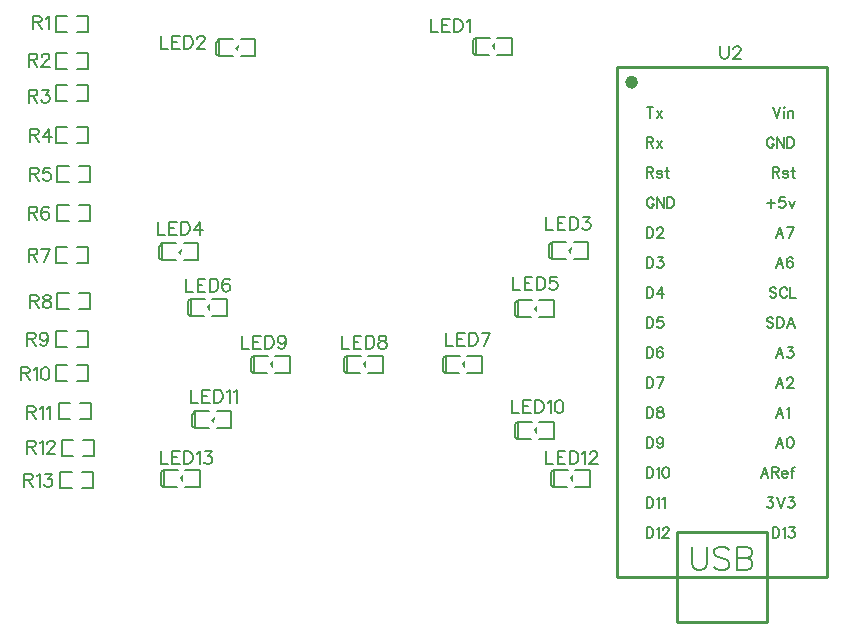
<source format=gto>
G04 Layer: TopSilkscreenLayer*
G04 EasyEDA v6.5.5, 2022-06-27 22:24:16*
G04 832f08802b6e47e68c83d968e1e2cad1,305bcb4f1a4f4cdfadb131dd0c2083ea,10*
G04 Gerber Generator version 0.2*
G04 Scale: 100 percent, Rotated: No, Reflected: No *
G04 Dimensions in inches *
G04 leading zeros omitted , absolute positions ,3 integer and 6 decimal *
%FSLAX36Y36*%
%MOIN*%

%ADD10C,0.0100*%
%ADD15C,0.0059*%
%ADD16C,0.0060*%
%ADD17C,0.0200*%
%ADD18C,0.0080*%

%LPD*%
D16*
X1510002Y2745399D02*
G01*
X1510002Y2702500D01*
X1510002Y2702500D02*
G01*
X1534503Y2702500D01*
X1548002Y2745399D02*
G01*
X1548002Y2702500D01*
X1548002Y2745399D02*
G01*
X1574602Y2745399D01*
X1548002Y2725000D02*
G01*
X1564403Y2725000D01*
X1548002Y2702500D02*
G01*
X1574602Y2702500D01*
X1588103Y2745399D02*
G01*
X1588103Y2702500D01*
X1588103Y2745399D02*
G01*
X1602502Y2745399D01*
X1608603Y2743400D01*
X1612703Y2739299D01*
X1614702Y2735200D01*
X1616803Y2729000D01*
X1616803Y2718800D01*
X1614702Y2712700D01*
X1612703Y2708600D01*
X1608603Y2704499D01*
X1602502Y2702500D01*
X1588103Y2702500D01*
X1630303Y2737199D02*
G01*
X1634403Y2739299D01*
X1640502Y2745399D01*
X1640502Y2702500D01*
X610003Y2690399D02*
G01*
X610003Y2647500D01*
X610003Y2647500D02*
G01*
X634502Y2647500D01*
X648002Y2690399D02*
G01*
X648002Y2647500D01*
X648002Y2690399D02*
G01*
X674603Y2690399D01*
X648002Y2670000D02*
G01*
X664403Y2670000D01*
X648002Y2647500D02*
G01*
X674603Y2647500D01*
X688103Y2690399D02*
G01*
X688103Y2647500D01*
X688103Y2690399D02*
G01*
X702503Y2690399D01*
X708602Y2688400D01*
X712703Y2684299D01*
X714702Y2680200D01*
X716802Y2674000D01*
X716802Y2663800D01*
X714702Y2657700D01*
X712703Y2653600D01*
X708602Y2649499D01*
X702503Y2647500D01*
X688103Y2647500D01*
X732303Y2680200D02*
G01*
X732303Y2682199D01*
X734403Y2686300D01*
X736403Y2688400D01*
X740502Y2690399D01*
X748703Y2690399D01*
X752802Y2688400D01*
X754803Y2686300D01*
X756903Y2682199D01*
X756903Y2678099D01*
X754803Y2674000D01*
X750702Y2667899D01*
X730302Y2647500D01*
X758903Y2647500D01*
X1895002Y2085399D02*
G01*
X1895002Y2042500D01*
X1895002Y2042500D02*
G01*
X1919503Y2042500D01*
X1933002Y2085399D02*
G01*
X1933002Y2042500D01*
X1933002Y2085399D02*
G01*
X1959602Y2085399D01*
X1933002Y2065000D02*
G01*
X1949403Y2065000D01*
X1933002Y2042500D02*
G01*
X1959602Y2042500D01*
X1973103Y2085399D02*
G01*
X1973103Y2042500D01*
X1973103Y2085399D02*
G01*
X1987502Y2085399D01*
X1993603Y2083400D01*
X1997703Y2079299D01*
X1999702Y2075199D01*
X2001803Y2069000D01*
X2001803Y2058800D01*
X1999702Y2052699D01*
X1997703Y2048600D01*
X1993603Y2044499D01*
X1987502Y2042500D01*
X1973103Y2042500D01*
X2019403Y2085399D02*
G01*
X2041903Y2085399D01*
X2029602Y2069000D01*
X2035703Y2069000D01*
X2039803Y2066999D01*
X2041903Y2065000D01*
X2043903Y2058800D01*
X2043903Y2054699D01*
X2041903Y2048600D01*
X2037803Y2044499D01*
X2031602Y2042500D01*
X2025502Y2042500D01*
X2019403Y2044499D01*
X2017303Y2046500D01*
X2015303Y2050599D01*
X1215000Y1690399D02*
G01*
X1215000Y1647500D01*
X1215000Y1647500D02*
G01*
X1239499Y1647500D01*
X1253000Y1690399D02*
G01*
X1253000Y1647500D01*
X1253000Y1690399D02*
G01*
X1279600Y1690399D01*
X1253000Y1670000D02*
G01*
X1269399Y1670000D01*
X1253000Y1647500D02*
G01*
X1279600Y1647500D01*
X1293100Y1690399D02*
G01*
X1293100Y1647500D01*
X1293100Y1690399D02*
G01*
X1307500Y1690399D01*
X1313599Y1688400D01*
X1317700Y1684299D01*
X1319700Y1680199D01*
X1321800Y1674000D01*
X1321800Y1663800D01*
X1319700Y1657699D01*
X1317700Y1653600D01*
X1313599Y1649499D01*
X1307500Y1647500D01*
X1293100Y1647500D01*
X1345500Y1690399D02*
G01*
X1339399Y1688400D01*
X1337299Y1684299D01*
X1337299Y1680199D01*
X1339399Y1676100D01*
X1343500Y1674000D01*
X1351599Y1671999D01*
X1357799Y1670000D01*
X1361899Y1665900D01*
X1363900Y1661799D01*
X1363900Y1655599D01*
X1361899Y1651500D01*
X1359799Y1649499D01*
X1353699Y1647500D01*
X1345500Y1647500D01*
X1339399Y1649499D01*
X1337299Y1651500D01*
X1335299Y1655599D01*
X1335299Y1661799D01*
X1337299Y1665900D01*
X1341400Y1670000D01*
X1347500Y1671999D01*
X1355699Y1674000D01*
X1359799Y1676100D01*
X1361899Y1680199D01*
X1361899Y1684299D01*
X1359799Y1688400D01*
X1353699Y1690399D01*
X1345500Y1690399D01*
X600000Y2070399D02*
G01*
X600000Y2027500D01*
X600000Y2027500D02*
G01*
X624499Y2027500D01*
X638000Y2070399D02*
G01*
X638000Y2027500D01*
X638000Y2070399D02*
G01*
X664600Y2070399D01*
X638000Y2050000D02*
G01*
X654400Y2050000D01*
X638000Y2027500D02*
G01*
X664600Y2027500D01*
X678099Y2070399D02*
G01*
X678099Y2027500D01*
X678099Y2070399D02*
G01*
X692500Y2070399D01*
X698600Y2068400D01*
X702699Y2064299D01*
X704699Y2060199D01*
X706799Y2054000D01*
X706799Y2043800D01*
X704699Y2037699D01*
X702699Y2033600D01*
X698600Y2029499D01*
X692500Y2027500D01*
X678099Y2027500D01*
X740700Y2070399D02*
G01*
X720300Y2041799D01*
X750999Y2041799D01*
X740700Y2070399D02*
G01*
X740700Y2027500D01*
X1780000Y1475399D02*
G01*
X1780000Y1432500D01*
X1780000Y1432500D02*
G01*
X1804499Y1432500D01*
X1818000Y1475399D02*
G01*
X1818000Y1432500D01*
X1818000Y1475399D02*
G01*
X1844600Y1475399D01*
X1818000Y1455000D02*
G01*
X1834399Y1455000D01*
X1818000Y1432500D02*
G01*
X1844600Y1432500D01*
X1858100Y1475399D02*
G01*
X1858100Y1432500D01*
X1858100Y1475399D02*
G01*
X1872500Y1475399D01*
X1878599Y1473400D01*
X1882700Y1469299D01*
X1884700Y1465199D01*
X1886800Y1459000D01*
X1886800Y1448800D01*
X1884700Y1442699D01*
X1882700Y1438600D01*
X1878599Y1434499D01*
X1872500Y1432500D01*
X1858100Y1432500D01*
X1900299Y1467199D02*
G01*
X1904399Y1469299D01*
X1910500Y1475399D01*
X1910500Y1432500D01*
X1936300Y1475399D02*
G01*
X1930100Y1473400D01*
X1926000Y1467199D01*
X1923999Y1456999D01*
X1923999Y1450900D01*
X1926000Y1440599D01*
X1930100Y1434499D01*
X1936300Y1432500D01*
X1940399Y1432500D01*
X1946499Y1434499D01*
X1950600Y1440599D01*
X1952600Y1450900D01*
X1952600Y1456999D01*
X1950600Y1467199D01*
X1946499Y1473400D01*
X1940399Y1475399D01*
X1936300Y1475399D01*
X1560002Y1700399D02*
G01*
X1560002Y1657500D01*
X1560002Y1657500D02*
G01*
X1584503Y1657500D01*
X1598002Y1700399D02*
G01*
X1598002Y1657500D01*
X1598002Y1700399D02*
G01*
X1624602Y1700399D01*
X1598002Y1680000D02*
G01*
X1614403Y1680000D01*
X1598002Y1657500D02*
G01*
X1624602Y1657500D01*
X1638103Y1700399D02*
G01*
X1638103Y1657500D01*
X1638103Y1700399D02*
G01*
X1652502Y1700399D01*
X1658603Y1698400D01*
X1662703Y1694299D01*
X1664702Y1690199D01*
X1666803Y1684000D01*
X1666803Y1673800D01*
X1664702Y1667699D01*
X1662703Y1663600D01*
X1658603Y1659499D01*
X1652502Y1657500D01*
X1638103Y1657500D01*
X1708903Y1700399D02*
G01*
X1688503Y1657500D01*
X1680303Y1700399D02*
G01*
X1708903Y1700399D01*
X880000Y1690399D02*
G01*
X880000Y1647500D01*
X880000Y1647500D02*
G01*
X904499Y1647500D01*
X918000Y1690399D02*
G01*
X918000Y1647500D01*
X918000Y1690399D02*
G01*
X944600Y1690399D01*
X918000Y1670000D02*
G01*
X934399Y1670000D01*
X918000Y1647500D02*
G01*
X944600Y1647500D01*
X958100Y1690399D02*
G01*
X958100Y1647500D01*
X958100Y1690399D02*
G01*
X972500Y1690399D01*
X978599Y1688400D01*
X982700Y1684299D01*
X984700Y1680199D01*
X986800Y1674000D01*
X986800Y1663800D01*
X984700Y1657699D01*
X982700Y1653600D01*
X978599Y1649499D01*
X972500Y1647500D01*
X958100Y1647500D01*
X1026899Y1676100D02*
G01*
X1024799Y1670000D01*
X1020699Y1665900D01*
X1014600Y1663800D01*
X1012500Y1663800D01*
X1006400Y1665900D01*
X1002299Y1670000D01*
X1000299Y1676100D01*
X1000299Y1678099D01*
X1002299Y1684299D01*
X1006400Y1688400D01*
X1012500Y1690399D01*
X1014600Y1690399D01*
X1020699Y1688400D01*
X1024799Y1684299D01*
X1026899Y1676100D01*
X1026899Y1665900D01*
X1024799Y1655599D01*
X1020699Y1649499D01*
X1014600Y1647500D01*
X1010500Y1647500D01*
X1004399Y1649499D01*
X1002299Y1653600D01*
X1895000Y1305399D02*
G01*
X1895000Y1262500D01*
X1895000Y1262500D02*
G01*
X1919499Y1262500D01*
X1933000Y1305399D02*
G01*
X1933000Y1262500D01*
X1933000Y1305399D02*
G01*
X1959600Y1305399D01*
X1933000Y1285000D02*
G01*
X1949399Y1285000D01*
X1933000Y1262500D02*
G01*
X1959600Y1262500D01*
X1973100Y1305399D02*
G01*
X1973100Y1262500D01*
X1973100Y1305399D02*
G01*
X1987500Y1305399D01*
X1993599Y1303400D01*
X1997700Y1299299D01*
X1999700Y1295199D01*
X2001800Y1289000D01*
X2001800Y1278800D01*
X1999700Y1272699D01*
X1997700Y1268600D01*
X1993599Y1264499D01*
X1987500Y1262500D01*
X1973100Y1262500D01*
X2015299Y1297199D02*
G01*
X2019399Y1299299D01*
X2025500Y1305399D01*
X2025500Y1262500D01*
X2041000Y1295199D02*
G01*
X2041000Y1297199D01*
X2043100Y1301300D01*
X2045100Y1303400D01*
X2049200Y1305399D01*
X2057399Y1305399D01*
X2061499Y1303400D01*
X2063500Y1301300D01*
X2065600Y1297199D01*
X2065600Y1293099D01*
X2063500Y1289000D01*
X2059499Y1282899D01*
X2038999Y1262500D01*
X2067600Y1262500D01*
X1785000Y1885399D02*
G01*
X1785000Y1842500D01*
X1785000Y1842500D02*
G01*
X1809499Y1842500D01*
X1823000Y1885399D02*
G01*
X1823000Y1842500D01*
X1823000Y1885399D02*
G01*
X1849600Y1885399D01*
X1823000Y1865000D02*
G01*
X1839399Y1865000D01*
X1823000Y1842500D02*
G01*
X1849600Y1842500D01*
X1863100Y1885399D02*
G01*
X1863100Y1842500D01*
X1863100Y1885399D02*
G01*
X1877500Y1885399D01*
X1883599Y1883400D01*
X1887700Y1879299D01*
X1889700Y1875199D01*
X1891800Y1869000D01*
X1891800Y1858800D01*
X1889700Y1852699D01*
X1887700Y1848600D01*
X1883599Y1844499D01*
X1877500Y1842500D01*
X1863100Y1842500D01*
X1929799Y1885399D02*
G01*
X1909399Y1885399D01*
X1907299Y1866999D01*
X1909399Y1869000D01*
X1915500Y1871100D01*
X1921599Y1871100D01*
X1927799Y1869000D01*
X1931899Y1865000D01*
X1933900Y1858800D01*
X1933900Y1854699D01*
X1931899Y1848600D01*
X1927799Y1844499D01*
X1921599Y1842500D01*
X1915500Y1842500D01*
X1909399Y1844499D01*
X1907299Y1846500D01*
X1905299Y1850599D01*
X710003Y1510399D02*
G01*
X710003Y1467500D01*
X710003Y1467500D02*
G01*
X734502Y1467500D01*
X748002Y1510399D02*
G01*
X748002Y1467500D01*
X748002Y1510399D02*
G01*
X774602Y1510399D01*
X748002Y1490000D02*
G01*
X764403Y1490000D01*
X748002Y1467500D02*
G01*
X774602Y1467500D01*
X788103Y1510399D02*
G01*
X788103Y1467500D01*
X788103Y1510399D02*
G01*
X802502Y1510399D01*
X808603Y1508400D01*
X812703Y1504299D01*
X814702Y1500199D01*
X816802Y1494000D01*
X816802Y1483800D01*
X814702Y1477699D01*
X812703Y1473600D01*
X808603Y1469499D01*
X802502Y1467500D01*
X788103Y1467500D01*
X830303Y1502199D02*
G01*
X834403Y1504299D01*
X840502Y1510399D01*
X840502Y1467500D01*
X854003Y1502199D02*
G01*
X858103Y1504299D01*
X864202Y1510399D01*
X864202Y1467500D01*
X695000Y1880399D02*
G01*
X695000Y1837500D01*
X695000Y1837500D02*
G01*
X719499Y1837500D01*
X733000Y1880399D02*
G01*
X733000Y1837500D01*
X733000Y1880399D02*
G01*
X759600Y1880399D01*
X733000Y1860000D02*
G01*
X749400Y1860000D01*
X733000Y1837500D02*
G01*
X759600Y1837500D01*
X773100Y1880399D02*
G01*
X773100Y1837500D01*
X773100Y1880399D02*
G01*
X787500Y1880399D01*
X793599Y1878400D01*
X797700Y1874299D01*
X799700Y1870199D01*
X801800Y1864000D01*
X801800Y1853800D01*
X799700Y1847699D01*
X797700Y1843600D01*
X793599Y1839499D01*
X787500Y1837500D01*
X773100Y1837500D01*
X839799Y1874299D02*
G01*
X837799Y1878400D01*
X831599Y1880399D01*
X827500Y1880399D01*
X821400Y1878400D01*
X817299Y1872199D01*
X815299Y1861999D01*
X815299Y1851799D01*
X817299Y1843600D01*
X821400Y1839499D01*
X827500Y1837500D01*
X829600Y1837500D01*
X835699Y1839499D01*
X839799Y1843600D01*
X841899Y1849699D01*
X841899Y1851799D01*
X839799Y1857899D01*
X835699Y1861999D01*
X829600Y1864000D01*
X827500Y1864000D01*
X821400Y1861999D01*
X817299Y1857899D01*
X815299Y1851799D01*
X610003Y1305399D02*
G01*
X610003Y1262500D01*
X610003Y1262500D02*
G01*
X634502Y1262500D01*
X648002Y1305399D02*
G01*
X648002Y1262500D01*
X648002Y1305399D02*
G01*
X674603Y1305399D01*
X648002Y1285000D02*
G01*
X664403Y1285000D01*
X648002Y1262500D02*
G01*
X674603Y1262500D01*
X688103Y1305399D02*
G01*
X688103Y1262500D01*
X688103Y1305399D02*
G01*
X702503Y1305399D01*
X708602Y1303400D01*
X712703Y1299299D01*
X714702Y1295199D01*
X716802Y1289000D01*
X716802Y1278800D01*
X714702Y1272699D01*
X712703Y1268600D01*
X708602Y1264499D01*
X702503Y1262500D01*
X688103Y1262500D01*
X730302Y1297199D02*
G01*
X734403Y1299299D01*
X740502Y1305399D01*
X740502Y1262500D01*
X758103Y1305399D02*
G01*
X780603Y1305399D01*
X768302Y1289000D01*
X774503Y1289000D01*
X778503Y1286999D01*
X780603Y1285000D01*
X782602Y1278800D01*
X782602Y1274699D01*
X780603Y1268600D01*
X776503Y1264499D01*
X770402Y1262500D01*
X764202Y1262500D01*
X758103Y1264499D01*
X756003Y1266500D01*
X754002Y1270599D01*
X184998Y2755399D02*
G01*
X184998Y2712498D01*
X184998Y2755399D02*
G01*
X203398Y2755399D01*
X209499Y2753398D01*
X211599Y2751298D01*
X213598Y2747199D01*
X213598Y2743099D01*
X211599Y2738998D01*
X209499Y2736999D01*
X203398Y2734998D01*
X184998Y2734998D01*
X199299Y2734998D02*
G01*
X213598Y2712498D01*
X227098Y2747199D02*
G01*
X231199Y2749299D01*
X237399Y2755399D01*
X237399Y2712498D01*
X169998Y2630399D02*
G01*
X169998Y2587498D01*
X169998Y2630399D02*
G01*
X188398Y2630399D01*
X194499Y2628398D01*
X196599Y2626298D01*
X198598Y2622199D01*
X198598Y2618099D01*
X196599Y2613998D01*
X194499Y2611999D01*
X188398Y2609998D01*
X169998Y2609998D01*
X184299Y2609998D02*
G01*
X198598Y2587498D01*
X214198Y2620198D02*
G01*
X214198Y2622199D01*
X216199Y2626298D01*
X218299Y2628398D01*
X222399Y2630399D01*
X230498Y2630399D01*
X234598Y2628398D01*
X236698Y2626298D01*
X238699Y2622199D01*
X238699Y2618099D01*
X236698Y2613998D01*
X232599Y2607899D01*
X212098Y2587498D01*
X240799Y2587498D01*
X169998Y2510399D02*
G01*
X169998Y2467498D01*
X169998Y2510399D02*
G01*
X188398Y2510399D01*
X194499Y2508398D01*
X196599Y2506298D01*
X198598Y2502199D01*
X198598Y2498099D01*
X196599Y2493998D01*
X194499Y2491999D01*
X188398Y2489998D01*
X169998Y2489998D01*
X184299Y2489998D02*
G01*
X198598Y2467498D01*
X216199Y2510399D02*
G01*
X238699Y2510399D01*
X226498Y2493998D01*
X232599Y2493998D01*
X236698Y2491999D01*
X238699Y2489998D01*
X240799Y2483798D01*
X240799Y2479699D01*
X238699Y2473598D01*
X234598Y2469499D01*
X228499Y2467498D01*
X222399Y2467498D01*
X216199Y2469499D01*
X214198Y2471498D01*
X212098Y2475599D01*
X175000Y1825399D02*
G01*
X175000Y1782500D01*
X175000Y1825399D02*
G01*
X193400Y1825399D01*
X199499Y1823400D01*
X201599Y1821300D01*
X203600Y1817199D01*
X203600Y1813099D01*
X201599Y1809000D01*
X199499Y1806999D01*
X193400Y1805000D01*
X175000Y1805000D01*
X189299Y1805000D02*
G01*
X203600Y1782500D01*
X227399Y1825399D02*
G01*
X221199Y1823400D01*
X219200Y1819299D01*
X219200Y1815199D01*
X221199Y1811100D01*
X225300Y1809000D01*
X233499Y1806999D01*
X239600Y1805000D01*
X243699Y1800900D01*
X245799Y1796799D01*
X245799Y1790599D01*
X243699Y1786500D01*
X241700Y1784499D01*
X235500Y1782500D01*
X227399Y1782500D01*
X221199Y1784499D01*
X219200Y1786500D01*
X217100Y1790599D01*
X217100Y1796799D01*
X219200Y1800900D01*
X223299Y1805000D01*
X229400Y1806999D01*
X237600Y1809000D01*
X241700Y1811100D01*
X243699Y1815199D01*
X243699Y1819299D01*
X241700Y1823400D01*
X235500Y1825399D01*
X227399Y1825399D01*
X175000Y2380399D02*
G01*
X175000Y2337500D01*
X175000Y2380399D02*
G01*
X193400Y2380399D01*
X199499Y2378400D01*
X201599Y2376300D01*
X203600Y2372199D01*
X203600Y2368099D01*
X201599Y2364000D01*
X199499Y2361999D01*
X193400Y2360000D01*
X175000Y2360000D01*
X189299Y2360000D02*
G01*
X203600Y2337500D01*
X237600Y2380399D02*
G01*
X217100Y2351799D01*
X247800Y2351799D01*
X237600Y2380399D02*
G01*
X237600Y2337500D01*
X145001Y1585401D02*
G01*
X145001Y1542501D01*
X145001Y1585401D02*
G01*
X163400Y1585401D01*
X169501Y1583400D01*
X171601Y1581300D01*
X173600Y1577201D01*
X173600Y1573101D01*
X171601Y1569000D01*
X169501Y1567001D01*
X163400Y1565001D01*
X145001Y1565001D01*
X159301Y1565001D02*
G01*
X173600Y1542501D01*
X187100Y1577201D02*
G01*
X191201Y1579301D01*
X197400Y1585401D01*
X197400Y1542501D01*
X223101Y1585401D02*
G01*
X217001Y1583400D01*
X212901Y1577201D01*
X210900Y1567001D01*
X210900Y1560900D01*
X212901Y1550601D01*
X217001Y1544501D01*
X223101Y1542501D01*
X227201Y1542501D01*
X233400Y1544501D01*
X237501Y1550601D01*
X239501Y1560900D01*
X239501Y1567001D01*
X237501Y1577201D01*
X233400Y1583400D01*
X227201Y1585401D01*
X223101Y1585401D01*
X169998Y1980399D02*
G01*
X169998Y1937498D01*
X169998Y1980399D02*
G01*
X188398Y1980399D01*
X194499Y1978398D01*
X196599Y1976298D01*
X198598Y1972199D01*
X198598Y1968099D01*
X196599Y1963998D01*
X194499Y1961999D01*
X188398Y1959998D01*
X169998Y1959998D01*
X184299Y1959998D02*
G01*
X198598Y1937498D01*
X240799Y1980399D02*
G01*
X220298Y1937498D01*
X212098Y1980399D02*
G01*
X240799Y1980399D01*
X165000Y1700399D02*
G01*
X165000Y1657500D01*
X165000Y1700399D02*
G01*
X183400Y1700399D01*
X189499Y1698400D01*
X191599Y1696300D01*
X193600Y1692199D01*
X193600Y1688099D01*
X191599Y1684000D01*
X189499Y1681999D01*
X183400Y1680000D01*
X165000Y1680000D01*
X179299Y1680000D02*
G01*
X193600Y1657500D01*
X233699Y1686100D02*
G01*
X231700Y1680000D01*
X227600Y1675900D01*
X221500Y1673800D01*
X219400Y1673800D01*
X213299Y1675900D01*
X209200Y1680000D01*
X207100Y1686100D01*
X207100Y1688099D01*
X209200Y1694299D01*
X213299Y1698400D01*
X219400Y1700399D01*
X221500Y1700399D01*
X227600Y1698400D01*
X231700Y1694299D01*
X233699Y1686100D01*
X233699Y1675900D01*
X231700Y1665599D01*
X227600Y1659499D01*
X221500Y1657500D01*
X217399Y1657500D01*
X211199Y1659499D01*
X209200Y1663600D01*
X165000Y1455399D02*
G01*
X165000Y1412500D01*
X165000Y1455399D02*
G01*
X183400Y1455399D01*
X189499Y1453400D01*
X191599Y1451300D01*
X193600Y1447199D01*
X193600Y1443099D01*
X191599Y1439000D01*
X189499Y1436999D01*
X183400Y1435000D01*
X165000Y1435000D01*
X179299Y1435000D02*
G01*
X193600Y1412500D01*
X207100Y1447199D02*
G01*
X211199Y1449299D01*
X217399Y1455399D01*
X217399Y1412500D01*
X230900Y1447199D02*
G01*
X235000Y1449299D01*
X241100Y1455399D01*
X241100Y1412500D01*
X175001Y2250401D02*
G01*
X175001Y2207501D01*
X175001Y2250401D02*
G01*
X193400Y2250401D01*
X199501Y2248400D01*
X201601Y2246300D01*
X203600Y2242201D01*
X203600Y2238101D01*
X201601Y2234000D01*
X199501Y2232001D01*
X193400Y2230001D01*
X175001Y2230001D01*
X189301Y2230001D02*
G01*
X203600Y2207501D01*
X241700Y2250401D02*
G01*
X221201Y2250401D01*
X219200Y2232001D01*
X221201Y2234000D01*
X227400Y2236100D01*
X233501Y2236100D01*
X239600Y2234000D01*
X243701Y2230001D01*
X245801Y2223800D01*
X245801Y2219701D01*
X243701Y2213600D01*
X239600Y2209501D01*
X233501Y2207501D01*
X227400Y2207501D01*
X221201Y2209501D01*
X219200Y2211500D01*
X217100Y2215601D01*
X165000Y1340399D02*
G01*
X165000Y1297500D01*
X165000Y1340399D02*
G01*
X183400Y1340399D01*
X189499Y1338400D01*
X191599Y1336300D01*
X193600Y1332199D01*
X193600Y1328099D01*
X191599Y1324000D01*
X189499Y1321999D01*
X183400Y1320000D01*
X165000Y1320000D01*
X179299Y1320000D02*
G01*
X193600Y1297500D01*
X207100Y1332199D02*
G01*
X211199Y1334299D01*
X217399Y1340399D01*
X217399Y1297500D01*
X232899Y1330199D02*
G01*
X232899Y1332199D01*
X235000Y1336300D01*
X236999Y1338400D01*
X241100Y1340399D01*
X249299Y1340399D01*
X253400Y1338400D01*
X255399Y1336300D01*
X257500Y1332199D01*
X257500Y1328099D01*
X255399Y1324000D01*
X251300Y1317899D01*
X230900Y1297500D01*
X259499Y1297500D01*
X170001Y2120401D02*
G01*
X170001Y2077501D01*
X170001Y2120401D02*
G01*
X188400Y2120401D01*
X194501Y2118400D01*
X196601Y2116300D01*
X198600Y2112201D01*
X198600Y2108101D01*
X196601Y2104000D01*
X194501Y2102001D01*
X188400Y2100001D01*
X170001Y2100001D01*
X184301Y2100001D02*
G01*
X198600Y2077501D01*
X236700Y2114301D02*
G01*
X234600Y2118400D01*
X228501Y2120401D01*
X224400Y2120401D01*
X218301Y2118400D01*
X214200Y2112201D01*
X212100Y2102001D01*
X212100Y2091801D01*
X214200Y2083600D01*
X218301Y2079501D01*
X224400Y2077501D01*
X226500Y2077501D01*
X232600Y2079501D01*
X236700Y2083600D01*
X238701Y2089701D01*
X238701Y2091801D01*
X236700Y2097901D01*
X232600Y2102001D01*
X226500Y2104000D01*
X224400Y2104000D01*
X218301Y2102001D01*
X214200Y2097901D01*
X212100Y2091801D01*
X154998Y1230399D02*
G01*
X154998Y1187498D01*
X154998Y1230399D02*
G01*
X173398Y1230399D01*
X179499Y1228398D01*
X181599Y1226298D01*
X183598Y1222199D01*
X183598Y1218099D01*
X181599Y1213998D01*
X179499Y1211999D01*
X173398Y1209998D01*
X154998Y1209998D01*
X169299Y1209998D02*
G01*
X183598Y1187498D01*
X197098Y1222199D02*
G01*
X201199Y1224299D01*
X207399Y1230399D01*
X207399Y1187498D01*
X224998Y1230399D02*
G01*
X247498Y1230399D01*
X235198Y1213998D01*
X241298Y1213998D01*
X245399Y1211999D01*
X247498Y1209998D01*
X249499Y1203798D01*
X249499Y1199699D01*
X247498Y1193598D01*
X243398Y1189499D01*
X237199Y1187498D01*
X231098Y1187498D01*
X224998Y1189499D01*
X222899Y1191498D01*
X220898Y1195599D01*
X2650001Y2251300D02*
G01*
X2650001Y2217001D01*
X2650001Y2251300D02*
G01*
X2664700Y2251300D01*
X2669601Y2249701D01*
X2671301Y2248101D01*
X2672901Y2244801D01*
X2672901Y2241500D01*
X2671301Y2238200D01*
X2669601Y2236601D01*
X2664700Y2235001D01*
X2650001Y2235001D01*
X2661500Y2235001D02*
G01*
X2672901Y2217001D01*
X2701701Y2235001D02*
G01*
X2700101Y2238200D01*
X2695200Y2239901D01*
X2690300Y2239901D01*
X2685300Y2238200D01*
X2683701Y2235001D01*
X2685300Y2231700D01*
X2688600Y2230100D01*
X2696800Y2228400D01*
X2700101Y2226801D01*
X2701701Y2223501D01*
X2701701Y2221900D01*
X2700101Y2218600D01*
X2695200Y2217001D01*
X2690300Y2217001D01*
X2685300Y2218600D01*
X2683701Y2221900D01*
X2717401Y2251300D02*
G01*
X2717401Y2223501D01*
X2719101Y2218600D01*
X2722300Y2217001D01*
X2725600Y2217001D01*
X2712501Y2239901D02*
G01*
X2724000Y2239901D01*
X2673100Y2051300D02*
G01*
X2660001Y2017001D01*
X2673100Y2051300D02*
G01*
X2686201Y2017001D01*
X2664901Y2028400D02*
G01*
X2681301Y2028400D01*
X2719901Y2051300D02*
G01*
X2703500Y2017001D01*
X2697001Y2051300D02*
G01*
X2719901Y2051300D01*
X2673100Y1951300D02*
G01*
X2660001Y1917001D01*
X2673100Y1951300D02*
G01*
X2686201Y1917001D01*
X2664901Y1928400D02*
G01*
X2681301Y1928400D01*
X2716601Y1946401D02*
G01*
X2715001Y1949701D01*
X2710101Y1951300D01*
X2706800Y1951300D01*
X2701900Y1949701D01*
X2698600Y1944801D01*
X2697001Y1936601D01*
X2697001Y1928400D01*
X2698600Y1921900D01*
X2701900Y1918600D01*
X2706800Y1917001D01*
X2708401Y1917001D01*
X2713301Y1918600D01*
X2716601Y1921900D01*
X2718301Y1926801D01*
X2718301Y1928400D01*
X2716601Y1933301D01*
X2713301Y1936601D01*
X2708401Y1938200D01*
X2706800Y1938200D01*
X2701900Y1936601D01*
X2698600Y1933301D01*
X2697001Y1928400D01*
X2662901Y1846401D02*
G01*
X2659601Y1849701D01*
X2654700Y1851300D01*
X2648200Y1851300D01*
X2643301Y1849701D01*
X2640001Y1846401D01*
X2640001Y1843101D01*
X2641601Y1839900D01*
X2643301Y1838200D01*
X2646500Y1836601D01*
X2656400Y1833301D01*
X2659601Y1831700D01*
X2661301Y1830100D01*
X2662901Y1826801D01*
X2662901Y1821900D01*
X2659601Y1818600D01*
X2654700Y1817001D01*
X2648200Y1817001D01*
X2643301Y1818600D01*
X2640001Y1821900D01*
X2698301Y1843101D02*
G01*
X2696601Y1846401D01*
X2693301Y1849701D01*
X2690101Y1851300D01*
X2683500Y1851300D01*
X2680300Y1849701D01*
X2677001Y1846401D01*
X2675300Y1843101D01*
X2673701Y1838200D01*
X2673701Y1830100D01*
X2675300Y1825100D01*
X2677001Y1821900D01*
X2680300Y1818600D01*
X2683500Y1817001D01*
X2690101Y1817001D01*
X2693301Y1818600D01*
X2696601Y1821900D01*
X2698301Y1825100D01*
X2709101Y1851300D02*
G01*
X2709101Y1817001D01*
X2709101Y1817001D02*
G01*
X2728701Y1817001D01*
X2652901Y1746401D02*
G01*
X2649601Y1749701D01*
X2644700Y1751300D01*
X2638200Y1751300D01*
X2633301Y1749701D01*
X2630001Y1746401D01*
X2630001Y1743101D01*
X2631601Y1739900D01*
X2633301Y1738200D01*
X2636500Y1736601D01*
X2646400Y1733301D01*
X2649601Y1731700D01*
X2651301Y1730100D01*
X2652901Y1726801D01*
X2652901Y1721900D01*
X2649601Y1718600D01*
X2644700Y1717001D01*
X2638200Y1717001D01*
X2633301Y1718600D01*
X2630001Y1721900D01*
X2663701Y1751300D02*
G01*
X2663701Y1717001D01*
X2663701Y1751300D02*
G01*
X2675200Y1751300D01*
X2680101Y1749701D01*
X2683301Y1746401D01*
X2685001Y1743101D01*
X2686601Y1738200D01*
X2686601Y1730100D01*
X2685001Y1725100D01*
X2683301Y1721900D01*
X2680101Y1718600D01*
X2675200Y1717001D01*
X2663701Y1717001D01*
X2710501Y1751300D02*
G01*
X2697401Y1717001D01*
X2710501Y1751300D02*
G01*
X2723600Y1717001D01*
X2702300Y1728400D02*
G01*
X2718701Y1728400D01*
X2673100Y1651300D02*
G01*
X2660001Y1617001D01*
X2673100Y1651300D02*
G01*
X2686201Y1617001D01*
X2664901Y1628400D02*
G01*
X2681301Y1628400D01*
X2700300Y1651300D02*
G01*
X2718301Y1651300D01*
X2708401Y1638200D01*
X2713301Y1638200D01*
X2716601Y1636601D01*
X2718301Y1635001D01*
X2719901Y1630100D01*
X2719901Y1626801D01*
X2718301Y1621900D01*
X2715001Y1618600D01*
X2710101Y1617001D01*
X2705200Y1617001D01*
X2700300Y1618600D01*
X2698600Y1620201D01*
X2697001Y1623501D01*
X2673100Y1551300D02*
G01*
X2660001Y1517001D01*
X2673100Y1551300D02*
G01*
X2686201Y1517001D01*
X2664901Y1528400D02*
G01*
X2681301Y1528400D01*
X2698600Y1543101D02*
G01*
X2698600Y1544801D01*
X2700300Y1548101D01*
X2701900Y1549701D01*
X2705200Y1551300D01*
X2711701Y1551300D01*
X2715001Y1549701D01*
X2716601Y1548101D01*
X2718301Y1544801D01*
X2718301Y1541500D01*
X2716601Y1538200D01*
X2713301Y1533301D01*
X2697001Y1517001D01*
X2719901Y1517001D01*
X2673100Y1451300D02*
G01*
X2660001Y1417001D01*
X2673100Y1451300D02*
G01*
X2686201Y1417001D01*
X2664901Y1428400D02*
G01*
X2681301Y1428400D01*
X2697001Y1444801D02*
G01*
X2700300Y1446401D01*
X2705200Y1451300D01*
X2705200Y1417001D01*
X2673100Y1351300D02*
G01*
X2660001Y1317001D01*
X2673100Y1351300D02*
G01*
X2686201Y1317001D01*
X2664901Y1328400D02*
G01*
X2681301Y1328400D01*
X2706800Y1351300D02*
G01*
X2701900Y1349701D01*
X2698600Y1344801D01*
X2697001Y1336601D01*
X2697001Y1331700D01*
X2698600Y1323501D01*
X2701900Y1318600D01*
X2706800Y1317001D01*
X2710101Y1317001D01*
X2715001Y1318600D01*
X2718301Y1323501D01*
X2719901Y1331700D01*
X2719901Y1336601D01*
X2718301Y1344801D01*
X2715001Y1349701D01*
X2710101Y1351300D01*
X2706800Y1351300D01*
X2623100Y1251300D02*
G01*
X2610001Y1217001D01*
X2623100Y1251300D02*
G01*
X2636201Y1217001D01*
X2614901Y1228400D02*
G01*
X2631301Y1228400D01*
X2647001Y1251300D02*
G01*
X2647001Y1217001D01*
X2647001Y1251300D02*
G01*
X2661701Y1251300D01*
X2666601Y1249701D01*
X2668301Y1248101D01*
X2669901Y1244801D01*
X2669901Y1241500D01*
X2668301Y1238200D01*
X2666601Y1236601D01*
X2661701Y1235001D01*
X2647001Y1235001D01*
X2658401Y1235001D02*
G01*
X2669901Y1217001D01*
X2680700Y1230100D02*
G01*
X2700300Y1230100D01*
X2700300Y1233301D01*
X2698701Y1236601D01*
X2697101Y1238200D01*
X2693801Y1239900D01*
X2688900Y1239900D01*
X2685600Y1238200D01*
X2682300Y1235001D01*
X2680700Y1230100D01*
X2680700Y1226801D01*
X2682300Y1221900D01*
X2685600Y1218600D01*
X2688900Y1217001D01*
X2693801Y1217001D01*
X2697101Y1218600D01*
X2700300Y1221900D01*
X2724201Y1251300D02*
G01*
X2720901Y1251300D01*
X2717700Y1249701D01*
X2716000Y1244801D01*
X2716000Y1217001D01*
X2711100Y1239900D02*
G01*
X2722601Y1239900D01*
X2633301Y1151300D02*
G01*
X2651301Y1151300D01*
X2641500Y1138200D01*
X2646400Y1138200D01*
X2649601Y1136601D01*
X2651301Y1135001D01*
X2652901Y1130100D01*
X2652901Y1126801D01*
X2651301Y1121900D01*
X2648001Y1118600D01*
X2643100Y1117001D01*
X2638200Y1117001D01*
X2633301Y1118600D01*
X2631601Y1120201D01*
X2630001Y1123501D01*
X2663701Y1151300D02*
G01*
X2676800Y1117001D01*
X2689901Y1151300D02*
G01*
X2676800Y1117001D01*
X2704000Y1151300D02*
G01*
X2722001Y1151300D01*
X2712101Y1138200D01*
X2717101Y1138200D01*
X2720300Y1136601D01*
X2722001Y1135001D01*
X2723600Y1130100D01*
X2723600Y1126801D01*
X2722001Y1121900D01*
X2718701Y1118600D01*
X2713801Y1117001D01*
X2708900Y1117001D01*
X2704000Y1118600D01*
X2702300Y1120201D01*
X2700700Y1123501D01*
X2230001Y1151300D02*
G01*
X2230001Y1117001D01*
X2230001Y1151300D02*
G01*
X2241500Y1151300D01*
X2246400Y1149701D01*
X2249601Y1146401D01*
X2251301Y1143101D01*
X2252901Y1138200D01*
X2252901Y1130100D01*
X2251301Y1125100D01*
X2249601Y1121900D01*
X2246400Y1118600D01*
X2241500Y1117001D01*
X2230001Y1117001D01*
X2263701Y1144801D02*
G01*
X2267001Y1146401D01*
X2271900Y1151300D01*
X2271900Y1117001D01*
X2282700Y1144801D02*
G01*
X2286000Y1146401D01*
X2290901Y1151300D01*
X2290901Y1117001D01*
X2230001Y1251300D02*
G01*
X2230001Y1217001D01*
X2230001Y1251300D02*
G01*
X2241500Y1251300D01*
X2246400Y1249701D01*
X2249601Y1246401D01*
X2251301Y1243101D01*
X2252901Y1238200D01*
X2252901Y1230100D01*
X2251301Y1225100D01*
X2249601Y1221900D01*
X2246400Y1218600D01*
X2241500Y1217001D01*
X2230001Y1217001D01*
X2263701Y1244801D02*
G01*
X2267001Y1246401D01*
X2271900Y1251300D01*
X2271900Y1217001D01*
X2292501Y1251300D02*
G01*
X2287601Y1249701D01*
X2284300Y1244801D01*
X2282700Y1236601D01*
X2282700Y1231700D01*
X2284300Y1223501D01*
X2287601Y1218600D01*
X2292501Y1217001D01*
X2295801Y1217001D01*
X2300700Y1218600D01*
X2304000Y1223501D01*
X2305600Y1231700D01*
X2305600Y1236601D01*
X2304000Y1244801D01*
X2300700Y1249701D01*
X2295801Y1251300D01*
X2292501Y1251300D01*
X2230001Y1351300D02*
G01*
X2230001Y1317001D01*
X2230001Y1351300D02*
G01*
X2241500Y1351300D01*
X2246400Y1349701D01*
X2249601Y1346401D01*
X2251301Y1343101D01*
X2252901Y1338200D01*
X2252901Y1330100D01*
X2251301Y1325100D01*
X2249601Y1321900D01*
X2246400Y1318600D01*
X2241500Y1317001D01*
X2230001Y1317001D01*
X2285001Y1339900D02*
G01*
X2283301Y1335001D01*
X2280101Y1331700D01*
X2275200Y1330100D01*
X2273500Y1330100D01*
X2268600Y1331700D01*
X2265300Y1335001D01*
X2263701Y1339900D01*
X2263701Y1341500D01*
X2265300Y1346401D01*
X2268600Y1349701D01*
X2273500Y1351300D01*
X2275200Y1351300D01*
X2280101Y1349701D01*
X2283301Y1346401D01*
X2285001Y1339900D01*
X2285001Y1331700D01*
X2283301Y1323501D01*
X2280101Y1318600D01*
X2275200Y1317001D01*
X2271900Y1317001D01*
X2267001Y1318600D01*
X2265300Y1321900D01*
X2230001Y1451300D02*
G01*
X2230001Y1417001D01*
X2230001Y1451300D02*
G01*
X2241500Y1451300D01*
X2246400Y1449701D01*
X2249601Y1446401D01*
X2251301Y1443101D01*
X2252901Y1438200D01*
X2252901Y1430100D01*
X2251301Y1425100D01*
X2249601Y1421900D01*
X2246400Y1418600D01*
X2241500Y1417001D01*
X2230001Y1417001D01*
X2271900Y1451300D02*
G01*
X2267001Y1449701D01*
X2265300Y1446401D01*
X2265300Y1443101D01*
X2267001Y1439900D01*
X2270300Y1438200D01*
X2276800Y1436601D01*
X2281701Y1435001D01*
X2285001Y1431700D01*
X2286601Y1428400D01*
X2286601Y1423501D01*
X2285001Y1420201D01*
X2283301Y1418600D01*
X2278401Y1417001D01*
X2271900Y1417001D01*
X2267001Y1418600D01*
X2265300Y1420201D01*
X2263701Y1423501D01*
X2263701Y1428400D01*
X2265300Y1431700D01*
X2268600Y1435001D01*
X2273500Y1436601D01*
X2280101Y1438200D01*
X2283301Y1439900D01*
X2285001Y1443101D01*
X2285001Y1446401D01*
X2283301Y1449701D01*
X2278401Y1451300D01*
X2271900Y1451300D01*
X2230001Y1551300D02*
G01*
X2230001Y1517001D01*
X2230001Y1551300D02*
G01*
X2241500Y1551300D01*
X2246400Y1549701D01*
X2249601Y1546401D01*
X2251301Y1543101D01*
X2252901Y1538200D01*
X2252901Y1530100D01*
X2251301Y1525100D01*
X2249601Y1521900D01*
X2246400Y1518600D01*
X2241500Y1517001D01*
X2230001Y1517001D01*
X2286601Y1551300D02*
G01*
X2270300Y1517001D01*
X2263701Y1551300D02*
G01*
X2286601Y1551300D01*
X2230001Y1651300D02*
G01*
X2230001Y1617001D01*
X2230001Y1651300D02*
G01*
X2241500Y1651300D01*
X2246400Y1649701D01*
X2249601Y1646401D01*
X2251301Y1643101D01*
X2252901Y1638200D01*
X2252901Y1630100D01*
X2251301Y1625100D01*
X2249601Y1621900D01*
X2246400Y1618600D01*
X2241500Y1617001D01*
X2230001Y1617001D01*
X2283301Y1646401D02*
G01*
X2281701Y1649701D01*
X2276800Y1651300D01*
X2273500Y1651300D01*
X2268600Y1649701D01*
X2265300Y1644801D01*
X2263701Y1636601D01*
X2263701Y1628400D01*
X2265300Y1621900D01*
X2268600Y1618600D01*
X2273500Y1617001D01*
X2275200Y1617001D01*
X2280101Y1618600D01*
X2283301Y1621900D01*
X2285001Y1626801D01*
X2285001Y1628400D01*
X2283301Y1633301D01*
X2280101Y1636601D01*
X2275200Y1638200D01*
X2273500Y1638200D01*
X2268600Y1636601D01*
X2265300Y1633301D01*
X2263701Y1628400D01*
X2230001Y1751300D02*
G01*
X2230001Y1717001D01*
X2230001Y1751300D02*
G01*
X2241500Y1751300D01*
X2246400Y1749701D01*
X2249601Y1746401D01*
X2251301Y1743101D01*
X2252901Y1738200D01*
X2252901Y1730100D01*
X2251301Y1725100D01*
X2249601Y1721900D01*
X2246400Y1718600D01*
X2241500Y1717001D01*
X2230001Y1717001D01*
X2283301Y1751300D02*
G01*
X2267001Y1751300D01*
X2265300Y1736601D01*
X2267001Y1738200D01*
X2271900Y1739900D01*
X2276800Y1739900D01*
X2281701Y1738200D01*
X2285001Y1735001D01*
X2286601Y1730100D01*
X2286601Y1726801D01*
X2285001Y1721900D01*
X2281701Y1718600D01*
X2276800Y1717001D01*
X2271900Y1717001D01*
X2267001Y1718600D01*
X2265300Y1720201D01*
X2263701Y1723501D01*
X2230001Y1851300D02*
G01*
X2230001Y1817001D01*
X2230001Y1851300D02*
G01*
X2241500Y1851300D01*
X2246400Y1849701D01*
X2249601Y1846401D01*
X2251301Y1843101D01*
X2252901Y1838200D01*
X2252901Y1830100D01*
X2251301Y1825100D01*
X2249601Y1821900D01*
X2246400Y1818600D01*
X2241500Y1817001D01*
X2230001Y1817001D01*
X2280101Y1851300D02*
G01*
X2263701Y1828400D01*
X2288301Y1828400D01*
X2280101Y1851300D02*
G01*
X2280101Y1817001D01*
X2230001Y1951300D02*
G01*
X2230001Y1917001D01*
X2230001Y1951300D02*
G01*
X2241500Y1951300D01*
X2246400Y1949701D01*
X2249601Y1946401D01*
X2251301Y1943101D01*
X2252901Y1938200D01*
X2252901Y1930100D01*
X2251301Y1925100D01*
X2249601Y1921900D01*
X2246400Y1918600D01*
X2241500Y1917001D01*
X2230001Y1917001D01*
X2267001Y1951300D02*
G01*
X2285001Y1951300D01*
X2275200Y1938200D01*
X2280101Y1938200D01*
X2283301Y1936601D01*
X2285001Y1935001D01*
X2286601Y1930100D01*
X2286601Y1926801D01*
X2285001Y1921900D01*
X2281701Y1918600D01*
X2276800Y1917001D01*
X2271900Y1917001D01*
X2267001Y1918600D01*
X2265300Y1920201D01*
X2263701Y1923501D01*
X2230001Y2051300D02*
G01*
X2230001Y2017001D01*
X2230001Y2051300D02*
G01*
X2241500Y2051300D01*
X2246400Y2049701D01*
X2249601Y2046401D01*
X2251301Y2043101D01*
X2252901Y2038200D01*
X2252901Y2030100D01*
X2251301Y2025100D01*
X2249601Y2021900D01*
X2246400Y2018600D01*
X2241500Y2017001D01*
X2230001Y2017001D01*
X2265300Y2043101D02*
G01*
X2265300Y2044801D01*
X2267001Y2048101D01*
X2268600Y2049701D01*
X2271900Y2051300D01*
X2278401Y2051300D01*
X2281701Y2049701D01*
X2283301Y2048101D01*
X2285001Y2044801D01*
X2285001Y2041500D01*
X2283301Y2038200D01*
X2280101Y2033301D01*
X2263701Y2017001D01*
X2286601Y2017001D01*
X2230001Y2251300D02*
G01*
X2230001Y2217001D01*
X2230001Y2251300D02*
G01*
X2244700Y2251300D01*
X2249601Y2249701D01*
X2251301Y2248101D01*
X2252901Y2244801D01*
X2252901Y2241500D01*
X2251301Y2238200D01*
X2249601Y2236601D01*
X2244700Y2235001D01*
X2230001Y2235001D01*
X2241500Y2235001D02*
G01*
X2252901Y2217001D01*
X2281701Y2235001D02*
G01*
X2280101Y2238200D01*
X2275200Y2239901D01*
X2270300Y2239901D01*
X2265300Y2238200D01*
X2263701Y2235001D01*
X2265300Y2231700D01*
X2268600Y2230100D01*
X2276800Y2228400D01*
X2280101Y2226801D01*
X2281701Y2223501D01*
X2281701Y2221900D01*
X2280101Y2218600D01*
X2275200Y2217001D01*
X2270300Y2217001D01*
X2265300Y2218600D01*
X2263701Y2221900D01*
X2297401Y2251300D02*
G01*
X2297401Y2223501D01*
X2299101Y2218600D01*
X2302300Y2217001D01*
X2305600Y2217001D01*
X2292501Y2239901D02*
G01*
X2304000Y2239901D01*
X2230001Y2351300D02*
G01*
X2230001Y2317001D01*
X2230001Y2351300D02*
G01*
X2244700Y2351300D01*
X2249601Y2349701D01*
X2251301Y2348101D01*
X2252901Y2344801D01*
X2252901Y2341500D01*
X2251301Y2338200D01*
X2249601Y2336601D01*
X2244700Y2335001D01*
X2230001Y2335001D01*
X2241500Y2335001D02*
G01*
X2252901Y2317001D01*
X2263701Y2339901D02*
G01*
X2281701Y2317001D01*
X2281701Y2339901D02*
G01*
X2263701Y2317001D01*
X2254501Y2143101D02*
G01*
X2252901Y2146401D01*
X2249601Y2149701D01*
X2246400Y2151300D01*
X2239800Y2151300D01*
X2236500Y2149701D01*
X2233301Y2146401D01*
X2231601Y2143101D01*
X2230001Y2138200D01*
X2230001Y2130100D01*
X2231601Y2125100D01*
X2233301Y2121900D01*
X2236500Y2118600D01*
X2239800Y2117001D01*
X2246400Y2117001D01*
X2249601Y2118600D01*
X2252901Y2121900D01*
X2254501Y2125100D01*
X2254501Y2130100D01*
X2246400Y2130100D02*
G01*
X2254501Y2130100D01*
X2265300Y2151300D02*
G01*
X2265300Y2117001D01*
X2265300Y2151300D02*
G01*
X2288301Y2117001D01*
X2288301Y2151300D02*
G01*
X2288301Y2117001D01*
X2299101Y2151300D02*
G01*
X2299101Y2117001D01*
X2299101Y2151300D02*
G01*
X2310501Y2151300D01*
X2315401Y2149701D01*
X2318701Y2146401D01*
X2320300Y2143101D01*
X2322001Y2138200D01*
X2322001Y2130100D01*
X2320300Y2125100D01*
X2318701Y2121900D01*
X2315401Y2118600D01*
X2310501Y2117001D01*
X2299101Y2117001D01*
X2650001Y1051300D02*
G01*
X2650001Y1017001D01*
X2650001Y1051300D02*
G01*
X2661500Y1051300D01*
X2666400Y1049701D01*
X2669601Y1046401D01*
X2671301Y1043101D01*
X2672901Y1038200D01*
X2672901Y1030100D01*
X2671301Y1025100D01*
X2669601Y1021900D01*
X2666400Y1018600D01*
X2661500Y1017001D01*
X2650001Y1017001D01*
X2683701Y1044801D02*
G01*
X2687001Y1046401D01*
X2691900Y1051300D01*
X2691900Y1017001D01*
X2706000Y1051300D02*
G01*
X2724000Y1051300D01*
X2714101Y1038200D01*
X2719101Y1038200D01*
X2722300Y1036601D01*
X2724000Y1035001D01*
X2725600Y1030100D01*
X2725600Y1026801D01*
X2724000Y1021900D01*
X2720700Y1018600D01*
X2715801Y1017001D01*
X2710901Y1017001D01*
X2706000Y1018600D01*
X2704300Y1020201D01*
X2702700Y1023501D01*
X2650001Y2451300D02*
G01*
X2663100Y2417001D01*
X2676201Y2451300D02*
G01*
X2663100Y2417001D01*
X2687001Y2451300D02*
G01*
X2688600Y2449701D01*
X2690300Y2451300D01*
X2688600Y2453000D01*
X2687001Y2451300D01*
X2688600Y2439901D02*
G01*
X2688600Y2417001D01*
X2701100Y2439901D02*
G01*
X2701100Y2417001D01*
X2701100Y2433301D02*
G01*
X2706000Y2438200D01*
X2709201Y2439901D01*
X2714101Y2439901D01*
X2717401Y2438200D01*
X2719101Y2433301D01*
X2719101Y2417001D01*
X2230001Y1051300D02*
G01*
X2230001Y1017001D01*
X2230001Y1051300D02*
G01*
X2241500Y1051300D01*
X2246400Y1049701D01*
X2249601Y1046401D01*
X2251301Y1043101D01*
X2252901Y1038200D01*
X2252901Y1030100D01*
X2251301Y1025100D01*
X2249601Y1021900D01*
X2246400Y1018600D01*
X2241500Y1017001D01*
X2230001Y1017001D01*
X2263701Y1044801D02*
G01*
X2267001Y1046401D01*
X2271900Y1051300D01*
X2271900Y1017001D01*
X2284300Y1043101D02*
G01*
X2284300Y1044801D01*
X2286000Y1048101D01*
X2287601Y1049701D01*
X2290901Y1051300D01*
X2297401Y1051300D01*
X2300700Y1049701D01*
X2302300Y1048101D01*
X2304000Y1044801D01*
X2304000Y1041500D01*
X2302300Y1038200D01*
X2299101Y1033301D01*
X2282700Y1017001D01*
X2305600Y1017001D01*
X2644700Y2146401D02*
G01*
X2644700Y2117001D01*
X2630001Y2131700D02*
G01*
X2659501Y2131700D01*
X2689901Y2151300D02*
G01*
X2673500Y2151300D01*
X2671900Y2136601D01*
X2673500Y2138200D01*
X2678401Y2139901D01*
X2683301Y2139901D01*
X2688301Y2138200D01*
X2691500Y2135001D01*
X2693200Y2130100D01*
X2693200Y2126801D01*
X2691500Y2121900D01*
X2688301Y2118600D01*
X2683301Y2117001D01*
X2678401Y2117001D01*
X2673500Y2118600D01*
X2671900Y2120201D01*
X2670300Y2123501D01*
X2704000Y2139901D02*
G01*
X2713801Y2117001D01*
X2723600Y2139901D02*
G01*
X2713801Y2117001D01*
X2654501Y2343101D02*
G01*
X2652901Y2346401D01*
X2649601Y2349701D01*
X2646400Y2351300D01*
X2639800Y2351300D01*
X2636500Y2349701D01*
X2633301Y2346401D01*
X2631601Y2343101D01*
X2630001Y2338200D01*
X2630001Y2330100D01*
X2631601Y2325100D01*
X2633301Y2321900D01*
X2636500Y2318600D01*
X2639800Y2317001D01*
X2646400Y2317001D01*
X2649601Y2318600D01*
X2652901Y2321900D01*
X2654501Y2325100D01*
X2654501Y2330100D01*
X2646400Y2330100D02*
G01*
X2654501Y2330100D01*
X2665300Y2351300D02*
G01*
X2665300Y2317001D01*
X2665300Y2351300D02*
G01*
X2688301Y2317001D01*
X2688301Y2351300D02*
G01*
X2688301Y2317001D01*
X2699101Y2351300D02*
G01*
X2699101Y2317001D01*
X2699101Y2351300D02*
G01*
X2710501Y2351300D01*
X2715401Y2349701D01*
X2718701Y2346401D01*
X2720300Y2343101D01*
X2722001Y2338200D01*
X2722001Y2330100D01*
X2720300Y2325100D01*
X2718701Y2321900D01*
X2715401Y2318600D01*
X2710501Y2317001D01*
X2699101Y2317001D01*
X2241500Y2451300D02*
G01*
X2241500Y2417001D01*
X2230001Y2451300D02*
G01*
X2252901Y2451300D01*
X2263701Y2439901D02*
G01*
X2281701Y2417001D01*
X2281701Y2439901D02*
G01*
X2263701Y2417001D01*
D18*
X2380001Y985700D02*
G01*
X2380001Y931201D01*
X2383600Y920300D01*
X2390901Y913000D01*
X2401800Y909400D01*
X2409101Y909400D01*
X2420001Y913000D01*
X2427300Y920300D01*
X2430901Y931201D01*
X2430901Y985700D01*
X2505801Y974801D02*
G01*
X2498500Y982100D01*
X2487601Y985700D01*
X2473100Y985700D01*
X2462200Y982100D01*
X2454901Y974801D01*
X2454901Y967501D01*
X2458500Y960300D01*
X2462200Y956601D01*
X2469501Y953000D01*
X2491301Y945700D01*
X2498500Y942100D01*
X2502200Y938501D01*
X2505801Y931201D01*
X2505801Y920300D01*
X2498500Y913000D01*
X2487601Y909400D01*
X2473100Y909400D01*
X2462200Y913000D01*
X2454901Y920300D01*
X2529800Y985700D02*
G01*
X2529800Y909400D01*
X2529800Y985700D02*
G01*
X2562501Y985700D01*
X2573500Y982100D01*
X2577101Y978501D01*
X2580700Y971201D01*
X2580700Y963901D01*
X2577101Y956601D01*
X2573500Y953000D01*
X2562501Y949400D01*
X2529800Y949400D02*
G01*
X2562501Y949400D01*
X2573500Y945700D01*
X2577101Y942100D01*
X2580700Y934801D01*
X2580700Y923901D01*
X2577101Y916601D01*
X2573500Y913000D01*
X2562501Y909400D01*
X2529800Y909400D01*
D16*
X2475001Y2655401D02*
G01*
X2475001Y2624701D01*
X2477001Y2618600D01*
X2481100Y2614501D01*
X2487300Y2612501D01*
X2491400Y2612501D01*
X2497501Y2614501D01*
X2501601Y2618600D01*
X2503600Y2624701D01*
X2503600Y2655401D01*
X2519201Y2645201D02*
G01*
X2519201Y2647201D01*
X2521201Y2651300D01*
X2523301Y2653400D01*
X2527401Y2655401D01*
X2535501Y2655401D01*
X2539601Y2653400D01*
X2541701Y2651300D01*
X2543701Y2647201D01*
X2543701Y2643101D01*
X2541701Y2639000D01*
X2537601Y2632901D01*
X2517101Y2612501D01*
X2545801Y2612501D01*
G36*
X1724720Y2669160D02*
G01*
X1714500Y2655000D01*
X1724340Y2640820D01*
G37*
G36*
X869720Y2664160D02*
G01*
X859500Y2650000D01*
X869340Y2635820D01*
G37*
G36*
X1979720Y1989180D02*
G01*
X1969500Y1975000D01*
X1979340Y1960820D01*
G37*
G36*
X1294720Y1609180D02*
G01*
X1284500Y1595000D01*
X1294340Y1580820D01*
G37*
G36*
X679720Y1984180D02*
G01*
X669500Y1970000D01*
X679340Y1955820D01*
G37*
G36*
X1864720Y1389180D02*
G01*
X1854500Y1375000D01*
X1864340Y1360820D01*
G37*
G36*
X1624720Y1609180D02*
G01*
X1614500Y1595000D01*
X1624340Y1580820D01*
G37*
G36*
X984720Y1609180D02*
G01*
X974500Y1595000D01*
X984340Y1580820D01*
G37*
G36*
X789720Y1424180D02*
G01*
X779500Y1410000D01*
X789340Y1395820D01*
G37*
G36*
X1864720Y1794180D02*
G01*
X1854500Y1780000D01*
X1864340Y1765820D01*
G37*
G36*
X1984720Y1229180D02*
G01*
X1974500Y1215000D01*
X1984340Y1200820D01*
G37*
G36*
X774720Y1799180D02*
G01*
X764500Y1785000D01*
X774340Y1770820D01*
G37*
G36*
X684720Y1229180D02*
G01*
X674500Y1215000D01*
X684340Y1200820D01*
G37*
D15*
X1705433Y2626260D02*
G01*
X1660158Y2626260D01*
X1660158Y2683346D01*
X1707402Y2683346D01*
X1731810Y2683739D02*
G01*
X1780630Y2683739D01*
X1780630Y2626653D01*
X1731810Y2626653D01*
X1660158Y2626260D02*
G01*
X1658976Y2626260D01*
X1651102Y2634133D01*
X1651102Y2674290D01*
X1652283Y2675471D01*
X1660158Y2683346D01*
X850433Y2621260D02*
G01*
X805158Y2621260D01*
X805158Y2678346D01*
X852402Y2678346D01*
X876810Y2678739D02*
G01*
X925630Y2678739D01*
X925630Y2621653D01*
X876810Y2621653D01*
X805158Y2621260D02*
G01*
X803976Y2621260D01*
X796102Y2629133D01*
X796102Y2669290D01*
X797283Y2670471D01*
X805158Y2678346D01*
X1960433Y1946260D02*
G01*
X1915159Y1946260D01*
X1915159Y2003346D01*
X1962403Y2003346D01*
X1986812Y2003741D02*
G01*
X2035631Y2003741D01*
X2035631Y1946655D01*
X1986812Y1946655D01*
X1915159Y1946260D02*
G01*
X1913977Y1946260D01*
X1906103Y1954135D01*
X1906103Y1994292D01*
X1907285Y1995473D01*
X1915159Y2003346D01*
X1275433Y1566260D02*
G01*
X1230159Y1566260D01*
X1230159Y1623346D01*
X1277403Y1623346D01*
X1301812Y1623741D02*
G01*
X1350631Y1623741D01*
X1350631Y1566655D01*
X1301812Y1566655D01*
X1230159Y1566260D02*
G01*
X1228977Y1566260D01*
X1221103Y1574135D01*
X1221103Y1614292D01*
X1222285Y1615473D01*
X1230159Y1623346D01*
X660434Y1941260D02*
G01*
X615158Y1941260D01*
X615158Y1998346D01*
X662402Y1998346D01*
X686811Y1998741D02*
G01*
X735630Y1998741D01*
X735630Y1941655D01*
X686811Y1941655D01*
X615158Y1941260D02*
G01*
X613976Y1941260D01*
X606102Y1949135D01*
X606102Y1989292D01*
X607285Y1990473D01*
X615158Y1998346D01*
X1845433Y1346260D02*
G01*
X1800159Y1346260D01*
X1800159Y1403346D01*
X1847403Y1403346D01*
X1871812Y1403741D02*
G01*
X1920631Y1403741D01*
X1920631Y1346655D01*
X1871812Y1346655D01*
X1800159Y1346260D02*
G01*
X1798977Y1346260D01*
X1791103Y1354135D01*
X1791103Y1394292D01*
X1792285Y1395473D01*
X1800159Y1403346D01*
X1605433Y1566260D02*
G01*
X1560159Y1566260D01*
X1560159Y1623346D01*
X1607403Y1623346D01*
X1631812Y1623741D02*
G01*
X1680631Y1623741D01*
X1680631Y1566655D01*
X1631812Y1566655D01*
X1560159Y1566260D02*
G01*
X1558977Y1566260D01*
X1551103Y1574135D01*
X1551103Y1614292D01*
X1552285Y1615473D01*
X1560159Y1623346D01*
X965433Y1566260D02*
G01*
X920159Y1566260D01*
X920159Y1623346D01*
X967403Y1623346D01*
X991811Y1623741D02*
G01*
X1040631Y1623741D01*
X1040631Y1566655D01*
X991811Y1566655D01*
X920159Y1566260D02*
G01*
X918977Y1566260D01*
X911103Y1574135D01*
X911103Y1614292D01*
X912285Y1615473D01*
X920159Y1623346D01*
X770433Y1381260D02*
G01*
X725158Y1381260D01*
X725158Y1438346D01*
X772403Y1438346D01*
X796811Y1438741D02*
G01*
X845631Y1438741D01*
X845631Y1381655D01*
X796811Y1381655D01*
X725158Y1381260D02*
G01*
X723976Y1381260D01*
X716102Y1389135D01*
X716102Y1429292D01*
X717285Y1430473D01*
X725158Y1438346D01*
X1845433Y1751260D02*
G01*
X1800159Y1751260D01*
X1800159Y1808346D01*
X1847403Y1808346D01*
X1871812Y1808741D02*
G01*
X1920631Y1808741D01*
X1920631Y1751655D01*
X1871812Y1751655D01*
X1800159Y1751260D02*
G01*
X1798977Y1751260D01*
X1791103Y1759135D01*
X1791103Y1799292D01*
X1792285Y1800473D01*
X1800159Y1808346D01*
X1965433Y1186260D02*
G01*
X1920159Y1186260D01*
X1920159Y1243346D01*
X1967403Y1243346D01*
X1991812Y1243741D02*
G01*
X2040631Y1243741D01*
X2040631Y1186655D01*
X1991812Y1186655D01*
X1920159Y1186260D02*
G01*
X1918977Y1186260D01*
X1911103Y1194135D01*
X1911103Y1234292D01*
X1912285Y1235473D01*
X1920159Y1243346D01*
X755434Y1756260D02*
G01*
X710158Y1756260D01*
X710158Y1813346D01*
X757402Y1813346D01*
X781811Y1813741D02*
G01*
X830631Y1813741D01*
X830631Y1756655D01*
X781811Y1756655D01*
X710158Y1756260D02*
G01*
X708976Y1756260D01*
X701102Y1764135D01*
X701102Y1804292D01*
X702285Y1805473D01*
X710158Y1813346D01*
X665434Y1186260D02*
G01*
X620158Y1186260D01*
X620158Y1243346D01*
X667402Y1243346D01*
X691811Y1243741D02*
G01*
X740630Y1243741D01*
X740630Y1186655D01*
X691811Y1186655D01*
X620158Y1186260D02*
G01*
X618976Y1186260D01*
X611102Y1194135D01*
X611102Y1234292D01*
X612285Y1235473D01*
X620158Y1243346D01*
D16*
X298220Y2756008D02*
G01*
X260468Y2756008D01*
X260468Y2703991D01*
X298220Y2703991D01*
X331779Y2756008D02*
G01*
X369531Y2756008D01*
X369531Y2703991D01*
X331779Y2703991D01*
X298220Y2631008D02*
G01*
X260468Y2631008D01*
X260468Y2578991D01*
X298220Y2578991D01*
X331779Y2631008D02*
G01*
X369531Y2631008D01*
X369531Y2578991D01*
X331779Y2578991D01*
X298220Y2526008D02*
G01*
X260468Y2526008D01*
X260468Y2473991D01*
X298220Y2473991D01*
X331779Y2526008D02*
G01*
X369531Y2526008D01*
X369531Y2473991D01*
X331779Y2473991D01*
X303220Y1831008D02*
G01*
X265468Y1831008D01*
X265468Y1778991D01*
X303220Y1778991D01*
X336779Y1831008D02*
G01*
X374531Y1831008D01*
X374531Y1778991D01*
X336779Y1778991D01*
X298220Y2386008D02*
G01*
X260468Y2386008D01*
X260468Y2333991D01*
X298220Y2333991D01*
X331779Y2386008D02*
G01*
X369531Y2386008D01*
X369531Y2333991D01*
X331779Y2333991D01*
X298220Y1591008D02*
G01*
X260468Y1591008D01*
X260468Y1538991D01*
X298220Y1538991D01*
X331779Y1591008D02*
G01*
X369531Y1591008D01*
X369531Y1538991D01*
X331779Y1538991D01*
X298220Y1986008D02*
G01*
X260468Y1986008D01*
X260468Y1933991D01*
X298220Y1933991D01*
X331779Y1986008D02*
G01*
X369531Y1986008D01*
X369531Y1933991D01*
X331779Y1933991D01*
X298220Y1706008D02*
G01*
X260468Y1706008D01*
X260468Y1653991D01*
X298220Y1653991D01*
X331779Y1706008D02*
G01*
X369531Y1706008D01*
X369531Y1653991D01*
X331779Y1653991D01*
X308220Y1466008D02*
G01*
X270470Y1466008D01*
X270470Y1413993D01*
X308220Y1413993D01*
X341781Y1466008D02*
G01*
X379531Y1466008D01*
X379531Y1413993D01*
X341781Y1413993D01*
X303220Y2256008D02*
G01*
X265468Y2256008D01*
X265468Y2203991D01*
X303220Y2203991D01*
X336779Y2256008D02*
G01*
X374531Y2256008D01*
X374531Y2203991D01*
X336779Y2203991D01*
X318220Y1341008D02*
G01*
X280470Y1341008D01*
X280470Y1288993D01*
X318220Y1288993D01*
X351781Y1341008D02*
G01*
X389531Y1341008D01*
X389531Y1288993D01*
X351781Y1288993D01*
X303220Y2126008D02*
G01*
X265468Y2126008D01*
X265468Y2073991D01*
X303220Y2073991D01*
X336779Y2126008D02*
G01*
X374531Y2126008D01*
X374531Y2073991D01*
X336779Y2073991D01*
X313220Y1236008D02*
G01*
X275468Y1236008D01*
X275468Y1183991D01*
X313220Y1183991D01*
X346779Y1236008D02*
G01*
X384531Y1236008D01*
X384531Y1183991D01*
X346779Y1183991D01*
D10*
X2130001Y885001D02*
G01*
X2830001Y885001D01*
X2830001Y885001D02*
G01*
X2830001Y2585001D01*
X2830001Y2585001D02*
G01*
X2130001Y2585001D01*
X2130001Y2585001D02*
G01*
X2130001Y885001D01*
X2330001Y1035001D02*
G01*
X2330001Y735001D01*
X2630001Y735001D01*
X2630001Y1035001D01*
X2330001Y1035001D01*
D17*
G75*
G01
X2192001Y2535001D02*
G03X2192001Y2535001I-12000J0D01*
M02*

</source>
